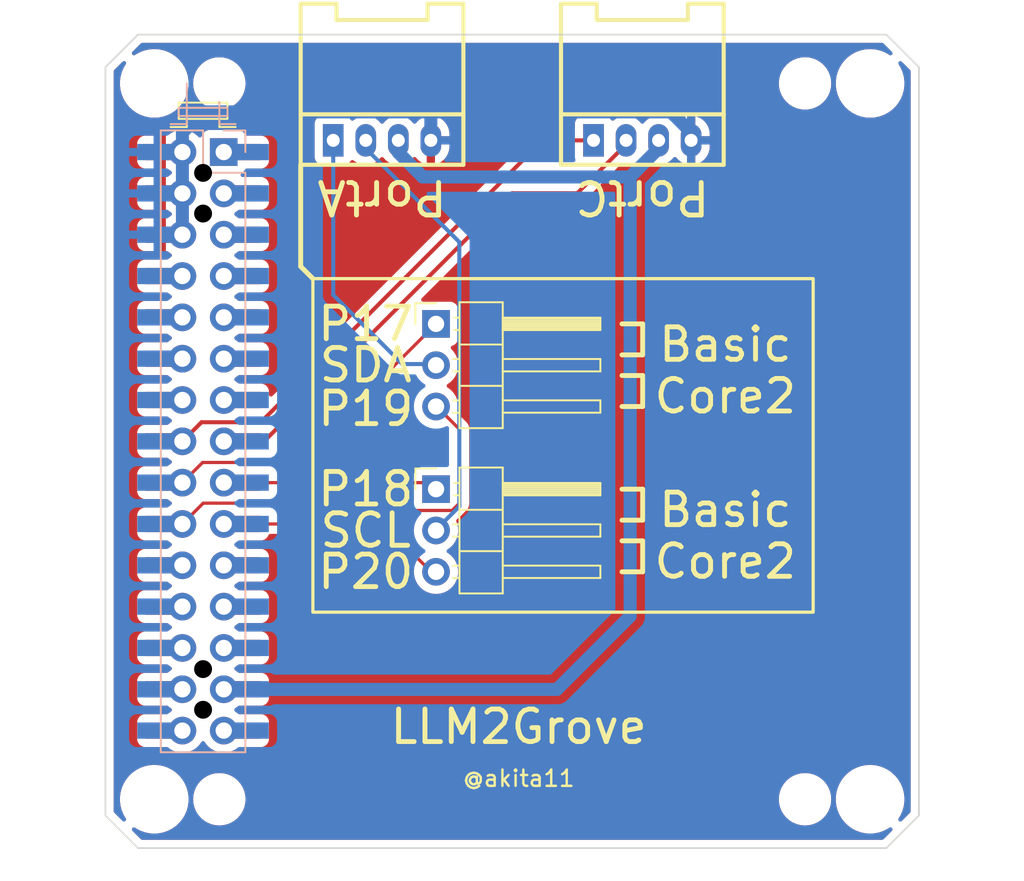
<source format=kicad_pcb>
(kicad_pcb (version 20211014) (generator pcbnew)
  (layers (0 "F.Cu" signal) (31 "B.Cu" signal) (34 "B.Paste" user) (35 "F.Paste" user) (36 "B.SilkS" user "B.Silkscreen") (37 "F.SilkS" user "F.Silkscreen") (38 "B.Mask" user) (39 "F.Mask" user) (44 "Edge.Cuts" user))
  (net 0 "")
  (net 1 "/SDA")
  (net 2 "/SCL")
  (net 3 "+5V")
  (net 4 "GND")
  (net 5 "/RXD")
  (net 6 "/TXD")
  (net 15 "/P17")
  (net 16 "/P18")
  (net 17 "/P19")
  (net 18 "/P20")
  (footprint "MountingHole:MountingHole_2.2mm_M2" (layer "F.Cu") (at 7 47)
    (fp_text reference "REF**" hide)
    (fp_text value "MountingHole_2.2mm_M2")
    (pad "" np_thru_hole circle locked (at 0 0) (size 2.2 2.2) (drill 2.2) (layers *.Cu *.Mask))
  )
  (footprint "Connector_PinHeader_2.54mm:PinHeader_1x03_P2.54mm_Horizontal" (layer "F.Cu") (at 20.32 17.78)
    (fp_text reference "J2" hide)
    (fp_text value "Conn_01x03")
    (fp_line (start 4.1 -1.33) (end 1.44 -1.33) (layer "F.SilkS") (width 0.12))
    (fp_line (start 1.042929 2.16) (end 1.44 2.16) (layer "F.SilkS") (width 0.12))
    (fp_line (start -1.27 -1.27) (end 0 -1.27) (layer "F.SilkS") (width 0.12))
    (fp_line (start 4.1 -0.2) (end 10.1 -0.2) (layer "F.SilkS") (width 0.12))
    (fp_line (start 10.1 -0.38) (end 10.1 0.38) (layer "F.SilkS") (width 0.12))
    (fp_line (start 10.1 5.46) (end 4.1 5.46) (layer "F.SilkS") (width 0.12))
    (fp_line (start 4.1 0.16) (end 10.1 0.16) (layer "F.SilkS") (width 0.12))
    (fp_line (start 4.1 0.04) (end 10.1 0.04) (layer "F.SilkS") (width 0.12))
    (fp_line (start 10.1 4.7) (end 10.1 5.46) (layer "F.SilkS") (width 0.12))
    (fp_line (start 1.44 -1.33) (end 1.44 6.41) (layer "F.SilkS") (width 0.12))
    (fp_line (start 4.1 -0.08) (end 10.1 -0.08) (layer "F.SilkS") (width 0.12))
    (fp_line (start 1.44 1.27) (end 4.1 1.27) (layer "F.SilkS") (width 0.12))
    (fp_line (start 1.44 3.81) (end 4.1 3.81) (layer "F.SilkS") (width 0.12))
    (fp_line (start 4.1 2.16) (end 10.1 2.16) (layer "F.SilkS") (width 0.12))
    (fp_line (start 10.1 2.92) (end 4.1 2.92) (layer "F.SilkS") (width 0.12))
    (fp_line (start 1.11 -0.38) (end 1.44 -0.38) (layer "F.SilkS") (width 0.12))
    (fp_line (start 4.1 -0.38) (end 10.1 -0.38) (layer "F.SilkS") (width 0.12))
    (fp_line (start 1.11 0.38) (end 1.44 0.38) (layer "F.SilkS") (width 0.12))
    (fp_line (start 1.042929 5.46) (end 1.44 5.46) (layer "F.SilkS") (width 0.12))
    (fp_line (start 4.1 6.41) (end 4.1 -1.33) (layer "F.SilkS") (width 0.12))
    (fp_line (start 10.1 2.16) (end 10.1 2.92) (layer "F.SilkS") (width 0.12))
    (fp_line (start 1.042929 4.7) (end 1.44 4.7) (layer "F.SilkS") (width 0.12))
    (fp_line (start 4.1 4.7) (end 10.1 4.7) (layer "F.SilkS") (width 0.12))
    (fp_line (start 1.042929 2.92) (end 1.44 2.92) (layer "F.SilkS") (width 0.12))
    (fp_line (start 1.44 6.41) (end 4.1 6.41) (layer "F.SilkS") (width 0.12))
    (fp_line (start 10.1 0.38) (end 4.1 0.38) (layer "F.SilkS") (width 0.12))
    (fp_line (start -1.27 0) (end -1.27 -1.27) (layer "F.SilkS") (width 0.12))
    (fp_line (start 4.1 -0.32) (end 10.1 -0.32) (layer "F.SilkS") (width 0.12))
    (fp_line (start 4.1 0.28) (end 10.1 0.28) (layer "F.SilkS") (width 0.12))
    (pad "1" thru_hole rect locked (at 0 0) (size 1.7 1.7) (drill 1) (layers *.Cu *.Mask) (net 15 "/P17"))
    (pad "2" thru_hole oval locked (at 0 2.54) (size 1.7 1.7) (drill 1) (layers *.Cu *.Mask) (net 1 "/SDA"))
    (pad "3" thru_hole oval locked (at 0 5.08) (size 1.7 1.7) (drill 1) (layers *.Cu *.Mask) (net 17 "/P19"))
  )
  (footprint "MountingHole:MountingHole_2.2mm_M2" (layer "F.Cu") (at 43 47)
    (fp_text reference "REF**" hide)
    (fp_text value "MountingHole_2.2mm_M2")
    (pad "" np_thru_hole circle locked (at 0 0) (size 2.2 2.2) (drill 2.2) (layers *.Cu *.Mask))
  )
  (footprint "MountingHole:MountingHole_3.2mm_M3" (layer "F.Cu") (at 3 47)
    (fp_text reference "REF**" hide)
    (fp_text value "MountingHole_3.2mm_M3")
    (pad "" np_thru_hole circle locked (at 0 0) (size 3.2 3.2) (drill 3.2) (layers *.Cu *.Mask))
  )
  (footprint "MountingHole:MountingHole_2.2mm_M2" (layer "F.Cu") (at 7 3)
    (fp_text reference "REF**" hide)
    (fp_text value "MountingHole_2.2mm_M2")
    (pad "" np_thru_hole circle locked (at 0 0) (size 2.2 2.2) (drill 2.2) (layers *.Cu *.Mask))
  )
  (footprint "akita:CON_GROVE_H_roundPad" (layer "F.Cu") (at 17 6.5)
    (fp_text reference "CN1" hide)
    (fp_text value "CON_GROVE")
    (fp_line (start 2.8 -8.4) (end 5 -8.4) (layer "F.SilkS") (width 0.254))
    (fp_line (start -5 -1.6) (end -5 1.5) (layer "F.SilkS") (width 0.254))
    (fp_line (start 5 -1.6) (end 5 -8.4) (layer "F.SilkS") (width 0.254))
    (fp_line (start -5 -8.4) (end -5 -1.6) (layer "F.SilkS") (width 0.254))
    (fp_line (start -2.8 -8.4) (end -2.8 -7.4) (layer "F.SilkS") (width 0.254))
    (fp_line (start -5 -1) (end -5 1) (layer "F.SilkS") (width 0.127))
    (fp_line (start -5 -8.4) (end -2.8 -8.4) (layer "F.SilkS") (width 0.254))
    (fp_line (start 2.8 -7.4) (end 2.8 -8.4) (layer "F.SilkS") (width 0.254))
    (fp_line (start -5 1.5) (end 5 1.5) (layer "F.SilkS") (width 0.254))
    (fp_line (start -5 -1.6) (end 5 -1.6) (layer "F.SilkS") (width 0.254))
    (fp_line (start -2.8 -7.4) (end 2.8 -7.4) (layer "F.SilkS") (width 0.254))
    (fp_line (start 5 1.5) (end 5 -1.6) (layer "F.SilkS") (width 0.254))
    (pad "1" thru_hole rect (at -3 0) (size 1.27 2) (drill 0.8) (layers *.Cu *.Mask) (net 1 "/SDA"))
    (pad "2" thru_hole oval (at -1 0) (size 1.27 2) (drill 0.8) (layers *.Cu *.Mask) (net 2 "/SCL"))
    (pad "3" thru_hole oval (at 1 0) (size 1.27 2) (drill 0.8) (layers *.Cu *.Mask) (net 3 "+5V"))
    (pad "4" thru_hole oval (at 3 0) (size 1.27 2) (drill 0.8) (layers *.Cu *.Mask) (net 4 "GND"))
  )
  (footprint "MountingHole:MountingHole_3.2mm_M3" (layer "F.Cu") (at 3 3)
    (fp_text reference "REF**" hide)
    (fp_text value "MountingHole_3.2mm_M3")
    (pad "" np_thru_hole circle locked (at 0 0) (size 3.2 3.2) (drill 3.2) (layers *.Cu *.Mask))
  )
  (footprint "Connector_PinHeader_2.54mm:PinHeader_1x03_P2.54mm_Horizontal" (layer "F.Cu") (at 20.32 27.94)
    (fp_text reference "J3" hide)
    (fp_text value "Conn_01x03")
    (fp_line (start 1.44 6.41) (end 4.1 6.41) (layer "F.SilkS") (width 0.12))
    (fp_line (start 10.1 4.7) (end 10.1 5.46) (layer "F.SilkS") (width 0.12))
    (fp_line (start 1.11 -0.38) (end 1.44 -0.38) (layer "F.SilkS") (width 0.12))
    (fp_line (start 1.042929 2.16) (end 1.44 2.16) (layer "F.SilkS") (width 0.12))
    (fp_line (start 10.1 0.38) (end 4.1 0.38) (layer "F.SilkS") (width 0.12))
    (fp_line (start 10.1 2.92) (end 4.1 2.92) (layer "F.SilkS") (width 0.12))
    (fp_line (start 4.1 2.16) (end 10.1 2.16) (layer "F.SilkS") (width 0.12))
    (fp_line (start 1.042929 2.92) (end 1.44 2.92) (layer "F.SilkS") (width 0.12))
    (fp_line (start 10.1 5.46) (end 4.1 5.46) (layer "F.SilkS") (width 0.12))
    (fp_line (start 4.1 -1.33) (end 1.44 -1.33) (layer "F.SilkS") (width 0.12))
    (fp_line (start 1.44 3.81) (end 4.1 3.81) (layer "F.SilkS") (width 0.12))
    (fp_line (start -1.27 0) (end -1.27 -1.27) (layer "F.SilkS") (width 0.12))
    (fp_line (start 4.1 -0.08) (end 10.1 -0.08) (layer "F.SilkS") (width 0.12))
    (fp_line (start 1.44 1.27) (end 4.1 1.27) (layer "F.SilkS") (width 0.12))
    (fp_line (start 1.11 0.38) (end 1.44 0.38) (layer "F.SilkS") (width 0.12))
    (fp_line (start 4.1 -0.2) (end 10.1 -0.2) (layer "F.SilkS") (width 0.12))
    (fp_line (start 4.1 6.41) (end 4.1 -1.33) (layer "F.SilkS") (width 0.12))
    (fp_line (start 4.1 0.16) (end 10.1 0.16) (layer "F.SilkS") (width 0.12))
    (fp_line (start 4.1 -0.38) (end 10.1 -0.38) (layer "F.SilkS") (width 0.12))
    (fp_line (start -1.27 -1.27) (end 0 -1.27) (layer "F.SilkS") (width 0.12))
    (fp_line (start 1.44 -1.33) (end 1.44 6.41) (layer "F.SilkS") (width 0.12))
    (fp_line (start 1.042929 4.7) (end 1.44 4.7) (layer "F.SilkS") (width 0.12))
    (fp_line (start 4.1 0.28) (end 10.1 0.28) (layer "F.SilkS") (width 0.12))
    (fp_line (start 10.1 -0.38) (end 10.1 0.38) (layer "F.SilkS") (width 0.12))
    (fp_line (start 10.1 2.16) (end 10.1 2.92) (layer "F.SilkS") (width 0.12))
    (fp_line (start 4.1 -0.32) (end 10.1 -0.32) (layer "F.SilkS") (width 0.12))
    (fp_line (start 4.1 4.7) (end 10.1 4.7) (layer "F.SilkS") (width 0.12))
    (fp_line (start 1.042929 5.46) (end 1.44 5.46) (layer "F.SilkS") (width 0.12))
    (fp_line (start 4.1 0.04) (end 10.1 0.04) (layer "F.SilkS") (width 0.12))
    (pad "1" thru_hole rect locked (at 0 0) (size 1.7 1.7) (drill 1) (layers *.Cu *.Mask) (net 16 "/P18"))
    (pad "2" thru_hole oval locked (at 0 2.54) (size 1.7 1.7) (drill 1) (layers *.Cu *.Mask) (net 2 "/SCL"))
    (pad "3" thru_hole oval locked (at 0 5.08) (size 1.7 1.7) (drill 1) (layers *.Cu *.Mask) (net 18 "/P20"))
  )
  (footprint "MountingHole:MountingHole_3.2mm_M3" (layer "F.Cu") (at 47 47)
    (fp_text reference "REF**" hide)
    (fp_text value "MountingHole_3.2mm_M3")
    (pad "" np_thru_hole circle locked (at 0 0) (size 3.2 3.2) (drill 3.2) (layers *.Cu *.Mask))
  )
  (footprint "akita:M5STACK_BUS_30P" (layer "F.Cu") (at 6 25)
    (fp_text reference "CN3" hide)
    (fp_text value "CON_MBUS_bottom_Core2" hide)
    (fp_line (start 1 -19.5) (end 2 -19.5) (layer "B.SilkS") (width 0.12))
    (fp_line (start -1 -19.5) (end -1 -22) (layer "B.SilkS") (width 0.12))
    (fp_line (start -2 -19.5) (end -1 -19.5) (layer "B.SilkS") (width 0.12))
    (fp_line (start 1 -22) (end 1 -19.5) (layer "B.SilkS") (width 0.12))
    (fp_rect (start -1.5 -20) (end 1.5 -20.5) (layer "B.SilkS") (width 0.12) (fill none))
    (fp_line (start -1 -19.32) (end -2 -19.32) (layer "F.SilkS") (width 0.12))
    (fp_line (start 1 -19.32) (end 2 -19.32) (layer "F.SilkS") (width 0.12))
    (fp_line (start -1 -19.82) (end -1 -19.32) (layer "F.SilkS") (width 0.12))
    (fp_line (start 1 -19.82) (end 1 -19.32) (layer "F.SilkS") (width 0.12))
    (fp_rect (start -1.5 -20.82) (end 1.5 -19.82) (layer "F.SilkS") (width 0.12) (fill none))
    (pad "" np_thru_hole circle (at 0 -14 180) (size 1.1 1.1) (drill 1.1) (layers *.Mask))
    (pad "" np_thru_hole circle (at 0 16.5 180) (size 1.1 1.1) (drill 1.1) (layers *.Mask))
    (pad "" np_thru_hole circle (at 0 -16.5 180) (size 1.1 1.1) (drill 1.1) (layers *.Mask))
    (pad "" np_thru_hole circle (at 0 14 180) (size 1.1 1.1) (drill 1.1) (layers *.Mask))
    (pad "1" smd rect (at -2.54 -17.78) (size 2 1) (layers "F.Cu" "F.Paste" "F.Mask") (net 4 "GND"))
    (pad "1" smd rect (at -2.79 -17.78) (size 2.5 1) (layers "B.Cu" "B.Paste" "B.Mask") (net 4 "GND"))
    (pad "2" smd rect (at 2.54 -17.78) (size 2 1) (layers "F.Cu" "F.Paste" "F.Mask"))
    (pad "2" smd rect (at 2.79 -17.78) (size 2.5 1) (layers "B.Cu" "B.Paste" "B.Mask"))
    (pad "3" smd rect (at -2.54 -15.24) (size 2 1) (layers "F.Cu" "F.Paste" "F.Mask") (net 4 "GND"))
    (pad "3" smd rect (at -2.79 -15.24) (size 2.5 1) (layers "B.Cu" "B.Paste" "B.Mask") (net 4 "GND"))
    (pad "4" smd rect (at 2.79 -15.24) (size 2.5 1) (layers "B.Cu" "B.Paste" "B.Mask"))
    (pad "4" smd rect (at 2.54 -15.24) (size 2 1) (layers "F.Cu" "F.Paste" "F.Mask"))
    (pad "5" smd rect (at -2.79 -12.7) (size 2.5 1) (layers "B.Cu" "B.Paste" "B.Mask") (net 4 "GND"))
    (pad "5" smd rect (at -2.54 -12.7) (size 2 1) (layers "F.Cu" "F.Paste" "F.Mask") (net 4 "GND"))
    (pad "6" smd rect (at 2.54 -12.7) (size 2 1) (layers "F.Cu" "F.Paste" "F.Mask"))
    (pad "6" smd rect (at 2.79 -12.7) (size 2.5 1) (layers "B.Cu" "B.Paste" "B.Mask"))
    (pad "7" smd rect (at -2.54 -10.16) (size 2 1) (layers "F.Cu" "F.Paste" "F.Mask"))
    (pad "7" smd rect (at -2.79 -10.16) (size 2.5 1) (layers "B.Cu" "B.Paste" "B.Mask"))
    (pad "8" smd rect (at 2.54 -10.16) (size 2 1) (layers "F.Cu" "F.Paste" "F.Mask"))
    (pad "8" smd rect (at 2.79 -10.16) (size 2.5 1) (layers "B.Cu" "B.Paste" "B.Mask"))
    (pad "9" smd rect (at -2.79 -7.62) (size 2.5 1) (layers "B.Cu" "B.Paste" "B.Mask"))
    (pad "9" smd rect (at -2.54 -7.62) (size 2 1) (layers "F.Cu" "F.Paste" "F.Mask"))
    (pad "10" smd rect (at 2.54 -7.62) (size 2 1) (layers "F.Cu" "F.Paste" "F.Mask"))
    (pad "10" smd rect (at 2.79 -7.62) (size 2.5 1) (layers "B.Cu" "B.Paste" "B.Mask"))
    (pad "11" smd rect (at -2.54 -5.08) (size 2 1) (layers "F.Cu" "F.Paste" "F.Mask"))
    (pad "11" smd rect (at -2.79 -5.08) (size 2.5 1) (layers "B.Cu" "B.Paste" "B.Mask"))
    (pad "12" smd rect (at 2.79 -5.08) (size 2.5 1) (layers "B.Cu" "B.Paste" "B.Mask"))
    (pad "12" smd rect (at 2.54 -5.08) (size 2 1) (layers "F.Cu" "F.Paste" "F.Mask"))
    (pad "13" smd rect (at -2.54 -2.54) (size 2 1) (layers "F.Cu" "F.Paste" "F.Mask"))
    (pad "13" smd rect (at -2.79 -2.54) (size 2.5 1) (layers "B.Cu" "B.Paste" "B.Mask"))
    (pad "14" smd rect (at 2.54 -2.54) (size 2 1) (layers "F.Cu" "F.Paste" "F.Mask"))
    (pad "14" smd rect (at 2.79 -2.54) (size 2.5 1) (layers "B.Cu" "B.Paste" "B.Mask"))
    (pad "15" smd rect (at -2.54 0) (size 2 1) (layers "F.Cu" "F.Paste" "F.Mask") (net 5 "/RXD"))
    (pad "15" smd rect (at -2.79 0) (size 2.5 1) (layers "B.Cu" "B.Paste" "B.Mask") (net 5 "/RXD"))
    (pad "16" smd rect (at 2.79 0) (size 2.5 1) (layers "B.Cu" "B.Paste" "B.Mask") (net 6 "/TXD"))
    (pad "16" smd rect (at 2.54 0) (size 2 1) (layers "F.Cu" "F.Paste" "F.Mask") (net 6 "/TXD"))
    (pad "17" smd rect (at -2.54 2.54) (size 2 1) (layers "F.Cu" "F.Paste" "F.Mask") (net 15 "/P17"))
    (pad "17" smd rect (at -2.79 2.54) (size 2.5 1) (layers "B.Cu" "B.Paste" "B.Mask") (net 15 "/P17"))
    (pad "18" smd rect (at 2.54 2.54) (size 2 1) (layers "F.Cu" "F.Paste" "F.Mask") (net 16 "/P18"))
    (pad "18" smd rect (at 2.79 2.54) (size 2.5 1) (layers "B.Cu" "B.Paste" "B.Mask") (net 16 "/P18"))
    (pad "19" smd rect (at -2.79 5.08) (size 2.5 1) (layers "B.Cu" "B.Paste" "B.Mask") (net 17 "/P19"))
    (pad "19" smd rect (at -2.54 5.08) (size 2 1) (layers "F.Cu" "F.Paste" "F.Mask") (net 17 "/P19"))
    (pad "20" smd rect (at 2.79 5.08) (size 2.5 1) (layers "B.Cu" "B.Paste" "B.Mask") (net 18 "/P20"))
    (pad "20" smd rect (at 2.54 5.08) (size 2 1) (layers "F.Cu" "F.Paste" "F.Mask") (net 18 "/P20"))
    (pad "21" smd rect (at -2.54 7.62) (size 2 1) (layers "F.Cu" "F.Paste" "F.Mask"))
    (pad "21" smd rect (at -2.79 7.62) (size 2.5 1) (layers "B.Cu" "B.Paste" "B.Mask"))
    (pad "22" smd rect (at 2.79 7.62) (size 2.5 1) (layers "B.Cu" "B.Paste" "B.Mask"))
    (pad "22" smd rect (at 2.54 7.62) (size 2 1) (layers "F.Cu" "F.Paste" "F.Mask"))
    (pad "23" smd rect (at -2.79 10.16) (size 2.5 1) (layers "B.Cu" "B.Paste" "B.Mask"))
    (pad "23" smd rect (at -2.54 10.16) (size 2 1) (layers "F.Cu" "F.Paste" "F.Mask"))
    (pad "24" smd rect (at 2.79 10.16) (size 2.5 1) (layers "B.Cu" "B.Paste" "B.Mask"))
    (pad "24" smd rect (at 2.54 10.16) (size 2 1) (layers "F.Cu" "F.Paste" "F.Mask"))
    (pad "25" smd rect (at -2.79 12.7) (size 2.5 1) (layers "B.Cu" "B.Paste" "B.Mask"))
    (pad "25" smd rect (at -2.54 12.7) (size 2 1) (layers "F.Cu" "F.Paste" "F.Mask"))
    (pad "26" smd rect (at 2.54 12.7) (size 2 1) (layers "F.Cu" "F.Paste" "F.Mask"))
    (pad "26" smd rect (at 2.79 12.7) (size 2.5 1) (layers "B.Cu" "B.Paste" "B.Mask"))
    (pad "27" smd rect (at -2.54 15.24) (size 2 1) (layers "F.Cu" "F.Paste" "F.Mask"))
    (pad "27" smd rect (at -2.79 15.24) (size 2.5 1) (layers "B.Cu" "B.Paste" "B.Mask"))
    (pad "28" smd rect (at 2.54 15.24) (size 2 1) (layers "F.Cu" "F.Paste" "F.Mask") (net 3 "+5V"))
    (pad "28" smd rect (at 2.79 15.24) (size 2.5 1) (layers "B.Cu" "B.Paste" "B.Mask") (net 3 "+5V"))
    (pad "29" smd rect (at -2.54 17.78) (size 2 1) (layers "F.Cu" "F.Paste" "F.Mask"))
    (pad "29" smd rect (at -2.79 17.78) (size 2.5 1) (layers "B.Cu" "B.Paste" "B.Mask"))
    (pad "30" smd rect (at 2.54 17.78) (size 2 1) (layers "F.Cu" "F.Paste" "F.Mask"))
    (pad "30" smd rect (at 2.79 17.78) (size 2.5 1) (layers "B.Cu" "B.Paste" "B.Mask"))
  )
  (footprint "MountingHole:MountingHole_3.2mm_M3" (layer "F.Cu") (at 47 3)
    (fp_text reference "REF**" hide)
    (fp_text value "MountingHole_3.2mm_M3")
    (pad "" np_thru_hole circle locked (at 0 0) (size 3.2 3.2) (drill 3.2) (layers *.Cu *.Mask))
  )
  (footprint "MountingHole:MountingHole_2.2mm_M2" (layer "F.Cu") (at 43 3)
    (fp_text reference "REF**" hide)
    (fp_text value "MountingHole_2.2mm_M2")
    (pad "" np_thru_hole circle locked (at 0 0) (size 2.2 2.2) (drill 2.2) (layers *.Cu *.Mask))
  )
  (footprint "akita:CON_GROVE_H_roundPad" (layer "F.Cu") (at 33 6.5)
    (fp_text reference "CN2" hide)
    (fp_text value "CON_GROVE")
    (fp_line (start -2.8 -8.4) (end -2.8 -7.4) (layer "F.SilkS") (width 0.254))
    (fp_line (start -5 -8.4) (end -5 -1.6) (layer "F.SilkS") (width 0.254))
    (fp_line (start -5 1.5) (end 5 1.5) (layer "F.SilkS") (width 0.254))
    (fp_line (start 2.8 -7.4) (end 2.8 -8.4) (layer "F.SilkS") (width 0.254))
    (fp_line (start -5 -1.6) (end -5 1.5) (layer "F.SilkS") (width 0.254))
    (fp_line (start -5 -1) (end -5 1) (layer "F.SilkS") (width 0.127))
    (fp_line (start -5 -1.6) (end 5 -1.6) (layer "F.SilkS") (width 0.254))
    (fp_line (start -2.8 -7.4) (end 2.8 -7.4) (layer "F.SilkS") (width 0.254))
    (fp_line (start -5 -8.4) (end -2.8 -8.4) (layer "F.SilkS") (width 0.254))
    (fp_line (start 5 -1.6) (end 5 -8.4) (layer "F.SilkS") (width 0.254))
    (fp_line (start 2.8 -8.4) (end 5 -8.4) (layer "F.SilkS") (width 0.254))
    (fp_line (start 5 1.5) (end 5 -1.6) (layer "F.SilkS") (width 0.254))
    (pad "1" thru_hole rect (at -3 0) (size 1.27 2) (drill 0.8) (layers *.Cu *.Mask) (net 5 "/RXD"))
    (pad "2" thru_hole oval (at -1 0) (size 1.27 2) (drill 0.8) (layers *.Cu *.Mask) (net 6 "/TXD"))
    (pad "3" thru_hole oval (at 1 0) (size 1.27 2) (drill 0.8) (layers *.Cu *.Mask) (net 3 "+5V"))
    (pad "4" thru_hole oval (at 3 0) (size 1.27 2) (drill 0.8) (layers *.Cu *.Mask) (net 4 "GND"))
  )
  (footprint "Connector_PinHeader_2.54mm:PinHeader_2x15_P2.54mm_Vertical" (layer "B.Cu") (at 7.27 7.22 180)
    (fp_text reference "J1" hide)
    (fp_text value "Conn_02x15_Odd_Even")
    (fp_line (start -1.33 -36.89) (end 3.87 -36.89) (layer "B.SilkS") (width 0.12))
    (fp_line (start -1.33 -1.27) (end 1.27 -1.27) (layer "B.SilkS") (width 0.12))
    (fp_line (start -1.33 0) (end -1.33 1.33) (layer "B.SilkS") (width 0.12))
    (fp_line (start 1.27 1.33) (end 3.87 1.33) (layer "B.SilkS") (width 0.12))
    (fp_line (start -1.33 -1.27) (end -1.33 -36.89) (layer "B.SilkS") (width 0.12))
    (fp_line (start 3.87 1.33) (end 3.87 -36.89) (layer "B.SilkS") (width 0.12))
    (fp_line (start 1.27 -1.27) (end 1.27 1.33) (layer "B.SilkS") (width 0.12))
    (fp_line (start -1.33 1.33) (end 0 1.33) (layer "B.SilkS") (width 0.12))
    (pad "1" thru_hole rect locked (at 0 0 180) (size 1.7 1.7) (drill 1) (layers *.Cu *.Mask))
    (pad "2" thru_hole oval locked (at 2.54 0 180) (size 1.7 1.7) (drill 1) (layers *.Cu *.Mask) (net 4 "GND"))
    (pad "3" thru_hole oval locked (at 0 -2.54 180) (size 1.7 1.7) (drill 1) (layers *.Cu *.Mask))
    (pad "4" thru_hole oval locked (at 2.54 -2.54 180) (size 1.7 1.7) (drill 1) (layers *.Cu *.Mask) (net 4 "GND"))
    (pad "5" thru_hole oval locked (at 0 -5.08 180) (size 1.7 1.7) (drill 1) (layers *.Cu *.Mask))
    (pad "6" thru_hole oval locked (at 2.54 -5.08 180) (size 1.7 1.7) (drill 1) (layers *.Cu *.Mask) (net 4 "GND"))
    (pad "7" thru_hole oval locked (at 0 -7.62 180) (size 1.7 1.7) (drill 1) (layers *.Cu *.Mask))
    (pad "8" thru_hole oval locked (at 2.54 -7.62 180) (size 1.7 1.7) (drill 1) (layers *.Cu *.Mask))
    (pad "9" thru_hole oval locked (at 0 -10.16 180) (size 1.7 1.7) (drill 1) (layers *.Cu *.Mask))
    (pad "10" thru_hole oval locked (at 2.54 -10.16 180) (size 1.7 1.7) (drill 1) (layers *.Cu *.Mask))
    (pad "11" thru_hole oval locked (at 0 -12.7 180) (size 1.7 1.7) (drill 1) (layers *.Cu *.Mask))
    (pad "12" thru_hole oval locked (at 2.54 -12.7 180) (size 1.7 1.7) (drill 1) (layers *.Cu *.Mask))
    (pad "13" thru_hole oval locked (at 0 -15.24 180) (size 1.7 1.7) (drill 1) (layers *.Cu *.Mask))
    (pad "14" thru_hole oval locked (at 2.54 -15.24 180) (size 1.7 1.7) (drill 1) (layers *.Cu *.Mask))
    (pad "15" thru_hole oval locked (at 0 -17.78 180) (size 1.7 1.7) (drill 1) (layers *.Cu *.Mask) (net 6 "/TXD"))
    (pad "16" thru_hole oval locked (at 2.54 -17.78 180) (size 1.7 1.7) (drill 1) (layers *.Cu *.Mask) (net 5 "/RXD"))
    (pad "17" thru_hole oval locked (at 0 -20.32 180) (size 1.7 1.7) (drill 1) (layers *.Cu *.Mask) (net 16 "/P18"))
    (pad "18" thru_hole oval locked (at 2.54 -20.32 180) (size 1.7 1.7) (drill 1) (layers *.Cu *.Mask) (net 15 "/P17"))
    (pad "19" thru_hole oval locked (at 0 -22.86 180) (size 1.7 1.7) (drill 1) (layers *.Cu *.Mask) (net 18 "/P20"))
    (pad "20" thru_hole oval locked (at 2.54 -22.86 180) (size 1.7 1.7) (drill 1) (layers *.Cu *.Mask) (net 17 "/P19"))
    (pad "21" thru_hole oval locked (at 0 -25.4 180) (size 1.7 1.7) (drill 1) (layers *.Cu *.Mask))
    (pad "22" thru_hole oval locked (at 2.54 -25.4 180) (size 1.7 1.7) (drill 1) (layers *.Cu *.Mask))
    (pad "23" thru_hole oval locked (at 0 -27.94 180) (size 1.7 1.7) (drill 1) (layers *.Cu *.Mask))
    (pad "24" thru_hole oval locked (at 2.54 -27.94 180) (size 1.7 1.7) (drill 1) (layers *.Cu *.Mask))
    (pad "25" thru_hole oval locked (at 0 -30.48 180) (size 1.7 1.7) (drill 1) (layers *.Cu *.Mask))
    (pad "26" thru_hole oval locked (at 2.54 -30.48 180) (size 1.7 1.7) (drill 1) (layers *.Cu *.Mask))
    (pad "27" thru_hole oval locked (at 0 -33.02 180) (size 1.7 1.7) (drill 1) (layers *.Cu *.Mask) (net 3 "+5V"))
    (pad "28" thru_hole oval locked (at 2.54 -33.02 180) (size 1.7 1.7) (drill 1) (layers *.Cu *.Mask))
    (pad "29" thru_hole oval locked (at 0 -35.56 180) (size 1.7 1.7) (drill 1) (layers *.Cu *.Mask))
    (pad "30" thru_hole oval locked (at 2.54 -35.56 180) (size 1.7 1.7) (drill 1) (layers *.Cu *.Mask))
  )
  (gr_line (start 33.02 22.86) (end 31.75 22.86) (layer "F.SilkS") (width 0.3))
  (gr_rect (start 12.75 15) (end 43.5 35.5) (layer "F.SilkS") (width 0.2) (fill none))
  (gr_line (start 33.02 20.955) (end 31.75 20.955) (layer "F.SilkS") (width 0.3))
  (gr_line (start 33.02 20.955) (end 33.02 22.86) (layer "F.SilkS") (width 0.3))
  (gr_line (start 33.02 27.94) (end 31.75 27.94) (layer "F.SilkS") (width 0.3))
  (gr_line (start 33.02 29.845) (end 31.75 29.845) (layer "F.SilkS") (width 0.3))
  (gr_line (start 33.02 27.94) (end 33.02 29.845) (layer "F.SilkS") (width 0.3))
  (gr_line (start 12 8) (end 12 14.25) (layer "F.SilkS") (width 0.3))
  (gr_line (start 33.02 19.685) (end 31.75 19.685) (layer "F.SilkS") (width 0.3))
  (gr_line (start 33.02 33.02) (end 31.75 33.02) (layer "F.SilkS") (width 0.3))
  (gr_line (start 12 14.25) (end 12.75 15) (layer "F.SilkS") (width 0.3))
  (gr_line (start 33.02 31.115) (end 31.75 31.115) (layer "F.SilkS") (width 0.3))
  (gr_line (start 33.02 17.78) (end 33.02 19.685) (layer "F.SilkS") (width 0.3))
  (gr_line (start 33.02 17.78) (end 31.75 17.78) (layer "F.SilkS") (width 0.3))
  (gr_line (start 33.02 31.115) (end 33.02 33.02) (layer "F.SilkS") (width 0.3))
  (gr_line (start 48 50) (end 50 48) (layer "Edge.Cuts") (width 0.1))
  (gr_line (start 0 2) (end 2 0) (layer "Edge.Cuts") (width 0.1))
  (gr_line (start 50 2) (end 50 48) (layer "Edge.Cuts") (width 0.1))
  (gr_line (start 48 50) (end 2 50) (layer "Edge.Cuts") (width 0.1))
  (gr_line (start 2 0) (end 48 0) (layer "Edge.Cuts") (width 0.1))
  (gr_line (start 0 48) (end 2 50) (layer "Edge.Cuts") (width 0.1))
  (gr_line (start 48 0) (end 50 2) (layer "Edge.Cuts") (width 0.1))
  (gr_line (start 0 48) (end 0 2) (layer "Edge.Cuts") (width 0.1))
  (gr_text "@akita11" (at 25.4 45.72) (layer "F.SilkS") (effects (font (size 1 1))))
  (gr_text "SCL" (at 16 30.48) (layer "F.SilkS") (effects (font (size 2 2) (thickness 0.3))))
  (gr_text "P17" (at 16 17.78) (layer "F.SilkS") (effects (font (size 2 2) (thickness 0.3))))
  (gr_text "P19" (at 16 23) (layer "F.SilkS") (effects (font (size 2 2) (thickness 0.3))))
  (gr_text "Basic" (at 38.1 19.05) (layer "F.SilkS") (effects (font (size 2 2) (thickness 0.3))))
  (gr_text "Core2" (at 38.1 32.385) (layer "F.SilkS") (effects (font (size 2 2) (thickness 0.3))))
  (gr_text "Core2" (at 38.1 22.225) (layer "F.SilkS") (effects (font (size 2 2) (thickness 0.3))))
  (gr_text "LLM2Grove" (at 25.4 42.545) (layer "F.SilkS") (effects (font (size 2 2) (thickness 0.3))))
  (gr_text "Basic" (at 38.1 29.21) (layer "F.SilkS") (effects (font (size 2 2) (thickness 0.3))))
  (gr_text "P18" (at 16 27.94) (layer "F.SilkS") (effects (font (size 2 2) (thickness 0.3))))
  (gr_text "SDA" (at 16 20.32) (layer "F.SilkS") (effects (font (size 2 2) (thickness 0.3))))
  (gr_text "PortA" (at 17 10 180) (layer "F.SilkS") (effects (font (size 2 2) (thickness 0.3))))
  (gr_text "P20" (at 16 33.02) (layer "F.SilkS") (effects (font (size 2 2) (thickness 0.3))))
  (gr_text "PortC" (at 33 10 180) (layer "F.SilkS") (effects (font (size 2 2) (thickness 0.3))))
  (segment (start 14 6.5) (end 14 16) (width 0.25) (layer "B.Cu") (net 1))
  (segment (start 14 16) (end 18.25 20.25) (width 0.25) (layer "B.Cu") (net 1))
  (segment (start 18.25 20.25) (end 20.25 20.25) (width 0.25) (layer "B.Cu") (net 1))
  (segment (start 21.75 12.75) (end 21.75 29) (width 0.25) (layer "B.Cu") (net 2))
  (segment (start 16 6.5) (end 16 7) (width 0.25) (layer "B.Cu") (net 2))
  (segment (start 21.75 29) (end 20.25 30.5) (width 0.25) (layer "B.Cu") (net 2))
  (segment (start 16 7) (end 21.75 12.75) (width 0.25) (layer "B.Cu") (net 2))
  (segment (start 32.25 8.75) (end 19.5 8.75) (width 0.8) (layer "B.Cu") (net 3))
  (segment (start 32.25 35.75) (end 27.75 40.25) (width 0.8) (layer "B.Cu") (net 3))
  (segment (start 19.5 8.75) (end 18 7.25) (width 0.8) (layer "B.Cu") (net 3))
  (segment (start 27.75 40.25) (end 7.25 40.25) (width 0.8) (layer "B.Cu") (net 3))
  (segment (start 34 7) (end 32.25 8.75) (width 0.8) (layer "B.Cu") (net 3))
  (segment (start 34 6) (end 34 7) (width 0.8) (layer "B.Cu") (net 3))
  (segment (start 32.25 8.75) (end 32.25 35.75) (width 0.8) (layer "B.Cu") (net 3))
  (segment (start 18 7.25) (end 18 6.5) (width 0.8) (layer "B.Cu") (net 3))
  (segment (start 34.75 4.75) (end 36 6) (width 0.8) (layer "B.Cu") (net 4))
  (segment (start 19.75 4.75) (end 34.75 4.75) (width 0.8) (layer "B.Cu") (net 4))
  (segment (start 4.73 7.27) (end 4.75 7.25) (width 0.8) (layer "B.Cu") (net 4))
  (segment (start 4.73 6.017919) (end 5.997919 4.75) (width 0.8) (layer "B.Cu") (net 4))
  (segment (start 5.997919 4.75) (end 19.75 4.75) (width 0.8) (layer "B.Cu") (net 4))
  (segment (start 20 5) (end 19.75 4.75) (width 0.8) (layer "B.Cu") (net 4))
  (segment (start 4.73 12.3) (end 4.73 7.27) (width 0.8) (layer "B.Cu") (net 4))
  (segment (start 20 6.5) (end 20 5) (width 0.8) (layer "B.Cu") (net 4))
  (segment (start 4.73 7.22) (end 4.73 6.017919) (width 0.8) (layer "B.Cu") (net 4))
  (segment (start 4.73 25) (end 5.904511 23.825489) (width 0.25) (layer "F.Cu") (net 5))
  (segment (start 9.549511 23.825489) (end 26.875 6.5) (width 0.25) (layer "F.Cu") (net 5))
  (segment (start 5.904511 23.825489) (end 9.549511 23.825489) (width 0.25) (layer "F.Cu") (net 5))
  (segment (start 26.875 6.5) (end 30 6.5) (width 0.25) (layer "F.Cu") (net 5))
  (segment (start 25 9.75) (end 29 9.75) (width 0.25) (layer "F.Cu") (net 6))
  (segment (start 29 9.75) (end 32 6.75) (width 0.25) (layer "F.Cu") (net 6))
  (segment (start 7.27 25) (end 9.75 25) (width 0.25) (layer "F.Cu") (net 6))
  (segment (start 9.75 25) (end 25 9.75) (width 0.25) (layer "F.Cu") (net 6))
  (segment (start 32 6.75) (end 32 6.5) (width 0.25) (layer "F.Cu") (net 6))
  (segment (start 4.73 27.54) (end 5.97 26.3) (width 0.2) (layer "F.Cu") (net 15))
  (segment (start 11.8 26.3) (end 20.32 17.78) (width 0.2) (layer "F.Cu") (net 15))
  (segment (start 5.97 26.3) (end 11.8 26.3) (width 0.2) (layer "F.Cu") (net 15))
  (segment (start 7.27 27.54) (end 19.79 27.54) (width 0.2) (layer "F.Cu") (net 16))
  (segment (start 19.79 27.54) (end 20.25 28) (width 0.2) (layer "F.Cu") (net 16))
  (segment (start 21.75 24.25) (end 20.5 23) (width 0.2) (layer "F.Cu") (net 17))
  (segment (start 6.01 28.8) (end 17.8 28.8) (width 0.2) (layer "F.Cu") (net 17))
  (segment (start 21.309022 29.25) (end 21.75 28.809022) (width 0.2) (layer "F.Cu") (net 17))
  (segment (start 17.8 28.8) (end 18.25 29.25) (width 0.2) (layer "F.Cu") (net 17))
  (segment (start 21.75 28.809022) (end 21.75 24.25) (width 0.2) (layer "F.Cu") (net 17))
  (segment (start 4.73 30.08) (end 6.01 28.8) (width 0.2) (layer "F.Cu") (net 17))
  (segment (start 18.25 29.25) (end 21.309022 29.25) (width 0.2) (layer "F.Cu") (net 17))
  (segment (start 17.08 30.08) (end 20.25 33.25) (width 0.2) (layer "F.Cu") (net 18))
  (segment (start 20.25 33.25) (end 20.25 33.5) (width 0.2) (layer "F.Cu") (net 18))
  (segment (start 7.27 30.08) (end 17.08 30.08) (width 0.2) (layer "F.Cu") (net 18))
  (zone (net 4) (net_name "GND") (layers F&B.Cu) (connect_pads (clearance 0.508)) (min_thickness 0.254) (fill yes (thermal_gap 0.508) (thermal_bridge_width 0.508))
    (polygon (pts (xy 50 50) (xy 0 50) (xy 0 0) (xy 50 0)))
  )
)
</source>
